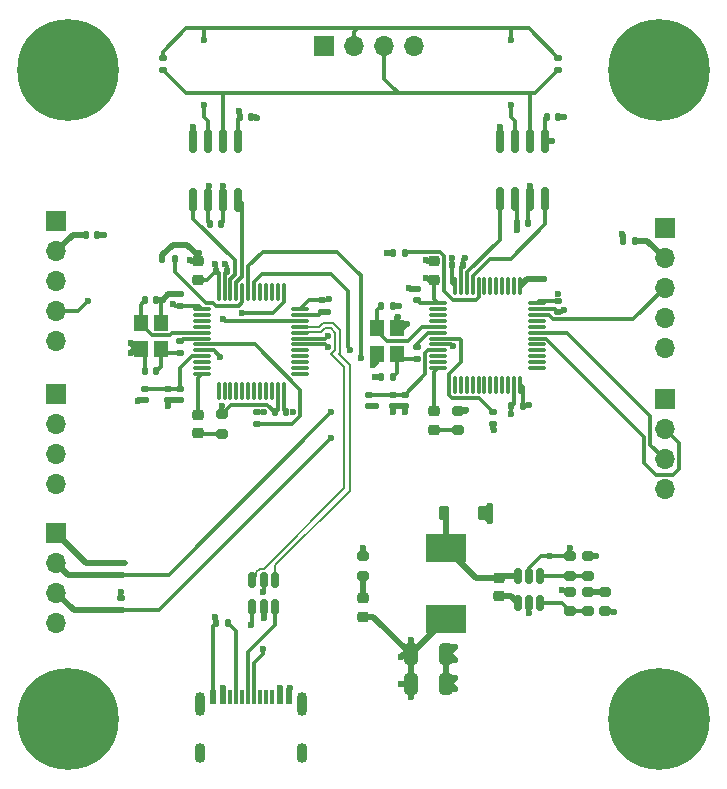
<source format=gbr>
%TF.GenerationSoftware,KiCad,Pcbnew,8.0.6*%
%TF.CreationDate,2024-12-12T23:36:56-08:00*%
%TF.ProjectId,KiCAD_MCPtest,4b694341-445f-44d4-9350-746573742e6b,rev?*%
%TF.SameCoordinates,Original*%
%TF.FileFunction,Copper,L1,Top*%
%TF.FilePolarity,Positive*%
%FSLAX46Y46*%
G04 Gerber Fmt 4.6, Leading zero omitted, Abs format (unit mm)*
G04 Created by KiCad (PCBNEW 8.0.6) date 2024-12-12 23:36:56*
%MOMM*%
%LPD*%
G01*
G04 APERTURE LIST*
G04 Aperture macros list*
%AMRoundRect*
0 Rectangle with rounded corners*
0 $1 Rounding radius*
0 $2 $3 $4 $5 $6 $7 $8 $9 X,Y pos of 4 corners*
0 Add a 4 corners polygon primitive as box body*
4,1,4,$2,$3,$4,$5,$6,$7,$8,$9,$2,$3,0*
0 Add four circle primitives for the rounded corners*
1,1,$1+$1,$2,$3*
1,1,$1+$1,$4,$5*
1,1,$1+$1,$6,$7*
1,1,$1+$1,$8,$9*
0 Add four rect primitives between the rounded corners*
20,1,$1+$1,$2,$3,$4,$5,0*
20,1,$1+$1,$4,$5,$6,$7,0*
20,1,$1+$1,$6,$7,$8,$9,0*
20,1,$1+$1,$8,$9,$2,$3,0*%
G04 Aperture macros list end*
%TA.AperFunction,ComponentPad*%
%ADD10C,0.900000*%
%TD*%
%TA.AperFunction,ComponentPad*%
%ADD11C,8.600000*%
%TD*%
%TA.AperFunction,SMDPad,CuDef*%
%ADD12RoundRect,0.150000X0.150000X-0.512500X0.150000X0.512500X-0.150000X0.512500X-0.150000X-0.512500X0*%
%TD*%
%TA.AperFunction,SMDPad,CuDef*%
%ADD13RoundRect,0.140000X0.140000X0.170000X-0.140000X0.170000X-0.140000X-0.170000X0.140000X-0.170000X0*%
%TD*%
%TA.AperFunction,SMDPad,CuDef*%
%ADD14RoundRect,0.140000X-0.140000X-0.170000X0.140000X-0.170000X0.140000X0.170000X-0.140000X0.170000X0*%
%TD*%
%TA.AperFunction,SMDPad,CuDef*%
%ADD15RoundRect,0.135000X0.185000X-0.135000X0.185000X0.135000X-0.185000X0.135000X-0.185000X-0.135000X0*%
%TD*%
%TA.AperFunction,SMDPad,CuDef*%
%ADD16RoundRect,0.225000X0.250000X-0.225000X0.250000X0.225000X-0.250000X0.225000X-0.250000X-0.225000X0*%
%TD*%
%TA.AperFunction,SMDPad,CuDef*%
%ADD17RoundRect,0.225000X-0.250000X0.225000X-0.250000X-0.225000X0.250000X-0.225000X0.250000X0.225000X0*%
%TD*%
%TA.AperFunction,SMDPad,CuDef*%
%ADD18R,1.200000X1.400000*%
%TD*%
%TA.AperFunction,SMDPad,CuDef*%
%ADD19RoundRect,0.135000X-0.185000X0.135000X-0.185000X-0.135000X0.185000X-0.135000X0.185000X0.135000X0*%
%TD*%
%TA.AperFunction,SMDPad,CuDef*%
%ADD20RoundRect,0.200000X-0.275000X0.200000X-0.275000X-0.200000X0.275000X-0.200000X0.275000X0.200000X0*%
%TD*%
%TA.AperFunction,SMDPad,CuDef*%
%ADD21RoundRect,0.140000X-0.170000X0.140000X-0.170000X-0.140000X0.170000X-0.140000X0.170000X0.140000X0*%
%TD*%
%TA.AperFunction,SMDPad,CuDef*%
%ADD22RoundRect,0.250000X-0.325000X-0.650000X0.325000X-0.650000X0.325000X0.650000X-0.325000X0.650000X0*%
%TD*%
%TA.AperFunction,SMDPad,CuDef*%
%ADD23RoundRect,0.150000X0.150000X-0.825000X0.150000X0.825000X-0.150000X0.825000X-0.150000X-0.825000X0*%
%TD*%
%TA.AperFunction,SMDPad,CuDef*%
%ADD24RoundRect,0.140000X0.170000X-0.140000X0.170000X0.140000X-0.170000X0.140000X-0.170000X-0.140000X0*%
%TD*%
%TA.AperFunction,ComponentPad*%
%ADD25O,0.900000X1.700000*%
%TD*%
%TA.AperFunction,ComponentPad*%
%ADD26O,0.900000X2.000000*%
%TD*%
%TA.AperFunction,SMDPad,CuDef*%
%ADD27R,0.600000X1.160000*%
%TD*%
%TA.AperFunction,SMDPad,CuDef*%
%ADD28R,0.300000X1.160000*%
%TD*%
%TA.AperFunction,SMDPad,CuDef*%
%ADD29RoundRect,0.135000X0.135000X0.185000X-0.135000X0.185000X-0.135000X-0.185000X0.135000X-0.185000X0*%
%TD*%
%TA.AperFunction,SMDPad,CuDef*%
%ADD30RoundRect,0.135000X-0.135000X-0.185000X0.135000X-0.185000X0.135000X0.185000X-0.135000X0.185000X0*%
%TD*%
%TA.AperFunction,SMDPad,CuDef*%
%ADD31RoundRect,0.147500X0.172500X-0.147500X0.172500X0.147500X-0.172500X0.147500X-0.172500X-0.147500X0*%
%TD*%
%TA.AperFunction,SMDPad,CuDef*%
%ADD32RoundRect,0.200000X0.275000X-0.200000X0.275000X0.200000X-0.275000X0.200000X-0.275000X-0.200000X0*%
%TD*%
%TA.AperFunction,ComponentPad*%
%ADD33R,1.700000X1.700000*%
%TD*%
%TA.AperFunction,ComponentPad*%
%ADD34O,1.700000X1.700000*%
%TD*%
%TA.AperFunction,SMDPad,CuDef*%
%ADD35RoundRect,0.218750X0.256250X-0.218750X0.256250X0.218750X-0.256250X0.218750X-0.256250X-0.218750X0*%
%TD*%
%TA.AperFunction,SMDPad,CuDef*%
%ADD36R,3.500000X2.350000*%
%TD*%
%TA.AperFunction,SMDPad,CuDef*%
%ADD37RoundRect,0.225000X-0.225000X-0.375000X0.225000X-0.375000X0.225000X0.375000X-0.225000X0.375000X0*%
%TD*%
%TA.AperFunction,SMDPad,CuDef*%
%ADD38RoundRect,0.218750X-0.256250X0.218750X-0.256250X-0.218750X0.256250X-0.218750X0.256250X0.218750X0*%
%TD*%
%TA.AperFunction,SMDPad,CuDef*%
%ADD39RoundRect,0.075000X-0.662500X-0.075000X0.662500X-0.075000X0.662500X0.075000X-0.662500X0.075000X0*%
%TD*%
%TA.AperFunction,SMDPad,CuDef*%
%ADD40RoundRect,0.075000X-0.075000X-0.662500X0.075000X-0.662500X0.075000X0.662500X-0.075000X0.662500X0*%
%TD*%
%TA.AperFunction,ViaPad*%
%ADD41C,0.600000*%
%TD*%
%TA.AperFunction,Conductor*%
%ADD42C,0.300000*%
%TD*%
%TA.AperFunction,Conductor*%
%ADD43C,0.500000*%
%TD*%
%TA.AperFunction,Conductor*%
%ADD44C,0.200000*%
%TD*%
G04 APERTURE END LIST*
D10*
%TO.P,H4,1,1*%
%TO.N,GND*%
X101775000Y-103000000D03*
X102719581Y-100719581D03*
X102719581Y-105280419D03*
X105000000Y-99775000D03*
D11*
X105000000Y-103000000D03*
D10*
X105000000Y-106225000D03*
X107280419Y-100719581D03*
X107280419Y-105280419D03*
X108225000Y-103000000D03*
%TD*%
%TO.P,H3,1,1*%
%TO.N,GND*%
X151775000Y-103000000D03*
X152719581Y-100719581D03*
X152719581Y-105280419D03*
X155000000Y-99775000D03*
D11*
X155000000Y-103000000D03*
D10*
X155000000Y-106225000D03*
X157280419Y-100719581D03*
X157280419Y-105280419D03*
X158225000Y-103000000D03*
%TD*%
%TO.P,H2,1,1*%
%TO.N,GND*%
X158225000Y-48000000D03*
X157280419Y-50280419D03*
X157280419Y-45719581D03*
X155000000Y-51225000D03*
D11*
X155000000Y-48000000D03*
D10*
X155000000Y-44775000D03*
X152719581Y-50280419D03*
X152719581Y-45719581D03*
X151775000Y-48000000D03*
%TD*%
%TO.P,H1,1,1*%
%TO.N,GND*%
X101775000Y-48000000D03*
X102719581Y-45719581D03*
X102719581Y-50280419D03*
X105000000Y-44775000D03*
D11*
X105000000Y-48000000D03*
D10*
X105000000Y-51225000D03*
X107280419Y-45719581D03*
X107280419Y-50280419D03*
X108225000Y-48000000D03*
%TD*%
D12*
%TO.P,U6,1,I/O1*%
%TO.N,USB_CONN_D-*%
X120600000Y-93500000D03*
%TO.P,U6,2,GND*%
%TO.N,GND*%
X121550000Y-93500000D03*
%TO.P,U6,3,I/O2*%
%TO.N,USB_CONN_D+*%
X122500000Y-93500000D03*
%TO.P,U6,4,I/O2*%
%TO.N,USB_D+*%
X122500000Y-91225000D03*
%TO.P,U6,5,VBUS*%
%TO.N,+5V*%
X121550000Y-91225000D03*
%TO.P,U6,6,I/O1*%
%TO.N,USB_D-*%
X120600000Y-91225000D03*
%TD*%
D13*
%TO.P,C27,1*%
%TO.N,+5V*%
X143980000Y-61000000D03*
%TO.P,C27,2*%
%TO.N,GND*%
X143020000Y-61000000D03*
%TD*%
%TO.P,C26,1*%
%TO.N,GND*%
X146480000Y-52000000D03*
%TO.P,C26,2*%
%TO.N,+3V3*%
X145520000Y-52000000D03*
%TD*%
D14*
%TO.P,C25,1*%
%TO.N,GND*%
X117020000Y-61025000D03*
%TO.P,C25,2*%
%TO.N,+5V*%
X117980000Y-61025000D03*
%TD*%
%TO.P,C24,1*%
%TO.N,+3V3*%
X119520000Y-52025000D03*
%TO.P,C24,2*%
%TO.N,GND*%
X120480000Y-52025000D03*
%TD*%
D15*
%TO.P,R16,1*%
%TO.N,+3V3*%
X141000000Y-78000000D03*
%TO.P,R16,2*%
%TO.N,Net-(U5-NRST)*%
X141000000Y-76980000D03*
%TD*%
D16*
%TO.P,C14,1*%
%TO.N,+3V3*%
X136000000Y-65775000D03*
%TO.P,C14,2*%
%TO.N,GND*%
X136000000Y-64225000D03*
%TD*%
D17*
%TO.P,C13,2*%
%TO.N,BUCK_BST*%
X141500000Y-92550000D03*
%TO.P,C13,1*%
%TO.N,BUCK_SW*%
X141500000Y-91000000D03*
%TD*%
D18*
%TO.P,Y1,4,4*%
%TO.N,GND*%
X112850000Y-69400000D03*
%TO.P,Y1,3,3*%
%TO.N,Net-(C10-Pad1)*%
X112850000Y-71600000D03*
%TO.P,Y1,2,2*%
%TO.N,GND*%
X111150000Y-71600000D03*
%TO.P,Y1,1,1*%
%TO.N,HSE_IN*%
X111150000Y-69400000D03*
%TD*%
D19*
%TO.P,R11,1*%
%TO.N,CANH*%
X146500000Y-46980000D03*
%TO.P,R11,2*%
%TO.N,CANL*%
X146500000Y-48000000D03*
%TD*%
D18*
%TO.P,Y2,1,1*%
%TO.N,HSE_IN2*%
X131150000Y-69900000D03*
%TO.P,Y2,2,2*%
%TO.N,GND*%
X131150000Y-72100000D03*
%TO.P,Y2,3,3*%
%TO.N,Net-(C23-Pad1)*%
X132850000Y-72100000D03*
%TO.P,Y2,4,4*%
%TO.N,GND*%
X132850000Y-69900000D03*
%TD*%
D14*
%TO.P,C19,1*%
%TO.N,+3V3*%
X106520000Y-62000000D03*
%TO.P,C19,2*%
%TO.N,GND*%
X107480000Y-62000000D03*
%TD*%
D13*
%TO.P,C17,1*%
%TO.N,+3V3*%
X143480000Y-76500000D03*
%TO.P,C17,2*%
%TO.N,GND*%
X142520000Y-76500000D03*
%TD*%
%TO.P,C23,1*%
%TO.N,Net-(C23-Pad1)*%
X132480000Y-74000000D03*
%TO.P,C23,2*%
%TO.N,GND*%
X131520000Y-74000000D03*
%TD*%
D20*
%TO.P,R14,2*%
%TO.N,GND*%
X150500000Y-93825000D03*
%TO.P,R14,1*%
%TO.N,Net-(R13-Pad2)*%
X150500000Y-92175000D03*
%TD*%
D21*
%TO.P,C20,1*%
%TO.N,+3.3VA2*%
X132500000Y-75540000D03*
%TO.P,C20,2*%
%TO.N,GND*%
X132500000Y-76500000D03*
%TD*%
D14*
%TO.P,C8,1*%
%TO.N,HSE_IN*%
X111520000Y-67500000D03*
%TO.P,C8,2*%
%TO.N,GND*%
X112480000Y-67500000D03*
%TD*%
D22*
%TO.P,C12,2*%
%TO.N,GND*%
X137000000Y-100000000D03*
%TO.P,C12,1*%
%TO.N,+3V3*%
X134050000Y-100000000D03*
%TD*%
D23*
%TO.P,U4,8,STBY*%
%TO.N,GND*%
X141595000Y-54025000D03*
%TO.P,U4,7,CANH*%
%TO.N,CANH*%
X142865000Y-54025000D03*
%TO.P,U4,6,CANL*%
%TO.N,CANL*%
X144135000Y-54025000D03*
%TO.P,U4,5,Vio*%
%TO.N,+3V3*%
X145405000Y-54025000D03*
%TO.P,U4,4,RXD*%
%TO.N,CAN_RX2*%
X145405000Y-58975000D03*
%TO.P,U4,3,VDD*%
%TO.N,+5V*%
X144135000Y-58975000D03*
%TO.P,U4,2,VSS*%
%TO.N,GND*%
X142865000Y-58975000D03*
%TO.P,U4,1,TXD*%
%TO.N,CAN_TX2*%
X141595000Y-58975000D03*
%TD*%
D24*
%TO.P,C2,1*%
%TO.N,+3V3*%
X114500000Y-67980000D03*
%TO.P,C2,2*%
%TO.N,GND*%
X114500000Y-67020000D03*
%TD*%
D19*
%TO.P,R19,1*%
%TO.N,HSE_OUT2*%
X134500000Y-71490000D03*
%TO.P,R19,2*%
%TO.N,Net-(C23-Pad1)*%
X134500000Y-72510000D03*
%TD*%
%TO.P,R8,1*%
%TO.N,+3V3*%
X109500000Y-92750000D03*
%TO.P,R8,2*%
%TO.N,I2C1_SDA*%
X109500000Y-93770000D03*
%TD*%
D16*
%TO.P,C1,1*%
%TO.N,+3V3*%
X116000000Y-65775000D03*
%TO.P,C1,2*%
%TO.N,GND*%
X116000000Y-64225000D03*
%TD*%
D19*
%TO.P,R1,1*%
%TO.N,+3V3*%
X121000000Y-76990000D03*
%TO.P,R1,2*%
%TO.N,Net-(U1-NRST)*%
X121000000Y-78010000D03*
%TD*%
D25*
%TO.P,P1,S1,SHIELD*%
%TO.N,GND*%
X124820000Y-105865000D03*
D26*
X124820000Y-101695000D03*
D25*
X116180000Y-105865000D03*
D26*
X116180000Y-101695000D03*
D27*
%TO.P,P1,B12,GND*%
X117300000Y-101115000D03*
%TO.P,P1,B9,VBUS*%
%TO.N,+5V*%
X118100000Y-101115000D03*
D28*
%TO.P,P1,B8*%
%TO.N,N/C*%
X118750000Y-101115000D03*
%TO.P,P1,B7*%
X119750000Y-101115000D03*
%TO.P,P1,B6*%
X121250000Y-101115000D03*
%TO.P,P1,B5,VCONN*%
%TO.N,unconnected-(P1-VCONN-PadB5)*%
X122250000Y-101115000D03*
D27*
%TO.P,P1,B4,VBUS*%
%TO.N,+5V*%
X122900000Y-101115000D03*
%TO.P,P1,B1,GND*%
%TO.N,GND*%
X123700000Y-101115000D03*
%TO.P,P1,A12,GND*%
X123700000Y-101115000D03*
%TO.P,P1,A9,VBUS*%
%TO.N,+5V*%
X122900000Y-101115000D03*
D28*
%TO.P,P1,A8*%
%TO.N,N/C*%
X121750000Y-101115000D03*
%TO.P,P1,A7,D-*%
%TO.N,USB_CONN_D-*%
X120750000Y-101115000D03*
%TO.P,P1,A6,D+*%
%TO.N,USB_CONN_D+*%
X120250000Y-101115000D03*
%TO.P,P1,A5,CC*%
%TO.N,Net-(P1-CC)*%
X119250000Y-101115000D03*
D27*
%TO.P,P1,A4,VBUS*%
%TO.N,+5V*%
X118100000Y-101115000D03*
%TO.P,P1,A1,GND*%
%TO.N,GND*%
X117300000Y-101115000D03*
%TD*%
D29*
%TO.P,R10,1*%
%TO.N,Net-(P1-CC)*%
X118560000Y-94862500D03*
%TO.P,R10,2*%
%TO.N,GND*%
X117540000Y-94862500D03*
%TD*%
D30*
%TO.P,R2,1*%
%TO.N,GND*%
X112990000Y-64000000D03*
%TO.P,R2,2*%
%TO.N,Net-(U1-BOOT0)*%
X114010000Y-64000000D03*
%TD*%
D31*
%TO.P,L3,1*%
%TO.N,+3V3*%
X130500000Y-76500000D03*
%TO.P,L3,2*%
%TO.N,+3.3VA2*%
X130500000Y-75530000D03*
%TD*%
D19*
%TO.P,R4,2*%
%TO.N,I2C1_SCL*%
X109500000Y-90770000D03*
%TO.P,R4,1*%
%TO.N,+3V3*%
X109500000Y-89750000D03*
%TD*%
D32*
%TO.P,R13,2*%
%TO.N,Net-(R13-Pad2)*%
X149000000Y-92175000D03*
%TO.P,R13,1*%
%TO.N,BUCK_FB*%
X149000000Y-93825000D03*
%TD*%
D33*
%TO.P,J1,1,Pin_1*%
%TO.N,+5V*%
X126700000Y-46000000D03*
D34*
%TO.P,J1,2,Pin_2*%
%TO.N,CANH*%
X129240000Y-46000000D03*
%TO.P,J1,3,Pin_3*%
%TO.N,CANL*%
X131780000Y-46000000D03*
%TO.P,J1,4,Pin_4*%
%TO.N,GND*%
X134320000Y-46000000D03*
%TD*%
D30*
%TO.P,R17,1*%
%TO.N,GND*%
X132490000Y-63500000D03*
%TO.P,R17,2*%
%TO.N,Net-(U5-BOOT0)*%
X133510000Y-63500000D03*
%TD*%
D33*
%TO.P,J3,1,Pin_1*%
%TO.N,+5V*%
X104000000Y-60840000D03*
D34*
%TO.P,J3,2,Pin_2*%
%TO.N,+3V3*%
X104000000Y-63380000D03*
%TO.P,J3,3,Pin_3*%
%TO.N,SWDIO*%
X104000000Y-65920000D03*
%TO.P,J3,4,Pin_4*%
%TO.N,SWCLK*%
X104000000Y-68460000D03*
%TO.P,J3,5,Pin_5*%
%TO.N,GND*%
X104000000Y-71000000D03*
%TD*%
D20*
%TO.P,R12,2*%
%TO.N,BUCK_FB*%
X147500000Y-93825000D03*
%TO.P,R12,1*%
%TO.N,+3V3*%
X147500000Y-92175000D03*
%TD*%
D35*
%TO.P,D1,1,K*%
%TO.N,Net-(D1-K)*%
X116000000Y-78787500D03*
%TO.P,D1,2,A*%
%TO.N,LED_STATUS*%
X116000000Y-77212500D03*
%TD*%
D31*
%TO.P,L1,1*%
%TO.N,+3V3*%
X111500000Y-75985000D03*
%TO.P,L1,2*%
%TO.N,+3.3VA*%
X111500000Y-75015000D03*
%TD*%
D24*
%TO.P,C18,1*%
%TO.N,+3V3*%
X134500000Y-67480000D03*
%TO.P,C18,2*%
%TO.N,GND*%
X134500000Y-66520000D03*
%TD*%
D20*
%TO.P,R18,1*%
%TO.N,GND*%
X138000000Y-76850000D03*
%TO.P,R18,2*%
%TO.N,Net-(D4-K)*%
X138000000Y-78500000D03*
%TD*%
D36*
%TO.P,L2,2*%
%TO.N,+3V3*%
X137000000Y-94525000D03*
%TO.P,L2,1*%
%TO.N,BUCK_SW*%
X137000000Y-88475000D03*
%TD*%
D14*
%TO.P,C15,1*%
%TO.N,+3V3*%
X137500000Y-64500000D03*
%TO.P,C15,2*%
%TO.N,GND*%
X138460000Y-64500000D03*
%TD*%
D19*
%TO.P,R9,1*%
%TO.N,HSE_OUT*%
X114500000Y-70990000D03*
%TO.P,R9,2*%
%TO.N,Net-(C10-Pad1)*%
X114500000Y-72010000D03*
%TD*%
D21*
%TO.P,C9,1*%
%TO.N,+3.3VA*%
X114500000Y-75020000D03*
%TO.P,C9,2*%
%TO.N,GND*%
X114500000Y-75980000D03*
%TD*%
D37*
%TO.P,D2,2,A*%
%TO.N,GND*%
X140150000Y-85500000D03*
%TO.P,D2,1,K*%
%TO.N,BUCK_SW*%
X136850000Y-85500000D03*
%TD*%
D20*
%TO.P,R7,1*%
%TO.N,GND*%
X118000000Y-77175000D03*
%TO.P,R7,2*%
%TO.N,Net-(D1-K)*%
X118000000Y-78825000D03*
%TD*%
D38*
%TO.P,D3,2,A*%
%TO.N,+3V3*%
X130000000Y-94287500D03*
%TO.P,D3,1,K*%
%TO.N,Net-(D3-K)*%
X130000000Y-92712500D03*
%TD*%
D13*
%TO.P,C6,1*%
%TO.N,+3V3*%
X152960000Y-62500000D03*
%TO.P,C6,2*%
%TO.N,GND*%
X152000000Y-62500000D03*
%TD*%
D12*
%TO.P,U3,6,SW*%
%TO.N,BUCK_SW*%
X143050000Y-90862500D03*
%TO.P,U3,5,IN*%
%TO.N,+5V*%
X144000000Y-90862500D03*
%TO.P,U3,4,EN*%
%TO.N,BUCK_EN*%
X144950000Y-90862500D03*
%TO.P,U3,3,FB*%
%TO.N,BUCK_FB*%
X144950000Y-93137500D03*
%TO.P,U3,2,GND*%
%TO.N,GND*%
X144000000Y-93137500D03*
%TO.P,U3,1,BST*%
%TO.N,BUCK_BST*%
X143050000Y-93137500D03*
%TD*%
D34*
%TO.P,J5,5,Pin_5*%
%TO.N,GND*%
X155500000Y-71580000D03*
%TO.P,J5,4,Pin_4*%
%TO.N,SWCLK2*%
X155500000Y-69040000D03*
%TO.P,J5,3,Pin_3*%
%TO.N,SWDIO2*%
X155500000Y-66500000D03*
%TO.P,J5,2,Pin_2*%
%TO.N,+3V3*%
X155500000Y-63960000D03*
D33*
%TO.P,J5,1,Pin_1*%
%TO.N,+5V*%
X155500000Y-61420000D03*
%TD*%
%TO.P,J6,1,Pin_1*%
%TO.N,+3V3*%
X155500000Y-75880000D03*
D34*
%TO.P,J6,2,Pin_2*%
%TO.N,USART1_TX2*%
X155500000Y-78420000D03*
%TO.P,J6,3,Pin_3*%
%TO.N,USART1_RX2*%
X155500000Y-80960000D03*
%TO.P,J6,4,Pin_4*%
%TO.N,GND*%
X155500000Y-83500000D03*
%TD*%
D32*
%TO.P,R6,2*%
%TO.N,GND*%
X149000000Y-89175000D03*
%TO.P,R6,1*%
%TO.N,BUCK_EN*%
X149000000Y-90825000D03*
%TD*%
D20*
%TO.P,R15,2*%
%TO.N,Net-(D3-K)*%
X130000000Y-90825000D03*
%TO.P,R15,1*%
%TO.N,GND*%
X130000000Y-89175000D03*
%TD*%
D14*
%TO.P,C3,1*%
%TO.N,+3V3*%
X117520000Y-65000000D03*
%TO.P,C3,2*%
%TO.N,GND*%
X118480000Y-65000000D03*
%TD*%
D33*
%TO.P,J4,1,Pin_1*%
%TO.N,+3V3*%
X104000000Y-75460000D03*
D34*
%TO.P,J4,2,Pin_2*%
%TO.N,USART1_TX*%
X104000000Y-78000000D03*
%TO.P,J4,3,Pin_3*%
%TO.N,USART1_RX*%
X104000000Y-80540000D03*
%TO.P,J4,4,Pin_4*%
%TO.N,GND*%
X104000000Y-83080000D03*
%TD*%
D39*
%TO.P,U5,1,VBAT*%
%TO.N,+3V3*%
X136337500Y-67750000D03*
%TO.P,U5,2,PC13*%
%TO.N,unconnected-(U5-PC13-Pad2)*%
X136337500Y-68250000D03*
%TO.P,U5,3,PC14*%
%TO.N,unconnected-(U5-PC14-Pad3)*%
X136337500Y-68750000D03*
%TO.P,U5,4,PC15*%
%TO.N,unconnected-(U5-PC15-Pad4)*%
X136337500Y-69250000D03*
%TO.P,U5,5,PD0*%
%TO.N,HSE_IN2*%
X136337500Y-69750000D03*
%TO.P,U5,6,PD1*%
%TO.N,HSE_OUT2*%
X136337500Y-70250000D03*
%TO.P,U5,7,NRST*%
%TO.N,Net-(U5-NRST)*%
X136337500Y-70750000D03*
%TO.P,U5,8,VSSA*%
%TO.N,GND*%
X136337500Y-71250000D03*
%TO.P,U5,9,VDDA*%
%TO.N,+3.3VA2*%
X136337500Y-71750000D03*
%TO.P,U5,10,PA0*%
%TO.N,unconnected-(U5-PA0-Pad10)*%
X136337500Y-72250000D03*
%TO.P,U5,11,PA1*%
%TO.N,unconnected-(U5-PA1-Pad11)*%
X136337500Y-72750000D03*
%TO.P,U5,12,PA2*%
%TO.N,LED_STATUS2*%
X136337500Y-73250000D03*
D40*
%TO.P,U5,13,PA3*%
%TO.N,unconnected-(U5-PA3-Pad13)*%
X137750000Y-74662500D03*
%TO.P,U5,14,PA4*%
%TO.N,unconnected-(U5-PA4-Pad14)*%
X138250000Y-74662500D03*
%TO.P,U5,15,PA5*%
%TO.N,unconnected-(U5-PA5-Pad15)*%
X138750000Y-74662500D03*
%TO.P,U5,16,PA6*%
%TO.N,unconnected-(U5-PA6-Pad16)*%
X139250000Y-74662500D03*
%TO.P,U5,17,PA7*%
%TO.N,unconnected-(U5-PA7-Pad17)*%
X139750000Y-74662500D03*
%TO.P,U5,18,PB0*%
%TO.N,unconnected-(U5-PB0-Pad18)*%
X140250000Y-74662500D03*
%TO.P,U5,19,PB1*%
%TO.N,unconnected-(U5-PB1-Pad19)*%
X140750000Y-74662500D03*
%TO.P,U5,20,PB2*%
%TO.N,unconnected-(U5-PB2-Pad20)*%
X141250000Y-74662500D03*
%TO.P,U5,21,PB10*%
%TO.N,unconnected-(U5-PB10-Pad21)*%
X141750000Y-74662500D03*
%TO.P,U5,22,PB11*%
%TO.N,unconnected-(U5-PB11-Pad22)*%
X142250000Y-74662500D03*
%TO.P,U5,23,VSS*%
%TO.N,GND*%
X142750000Y-74662500D03*
%TO.P,U5,24,VDD*%
%TO.N,+3V3*%
X143250000Y-74662500D03*
D39*
%TO.P,U5,25,PB12*%
%TO.N,unconnected-(U5-PB12-Pad25)*%
X144662500Y-73250000D03*
%TO.P,U5,26,PB13*%
%TO.N,unconnected-(U5-PB13-Pad26)*%
X144662500Y-72750000D03*
%TO.P,U5,27,PB14*%
%TO.N,unconnected-(U5-PB14-Pad27)*%
X144662500Y-72250000D03*
%TO.P,U5,28,PB15*%
%TO.N,unconnected-(U5-PB15-Pad28)*%
X144662500Y-71750000D03*
%TO.P,U5,29,PA8*%
%TO.N,unconnected-(U5-PA8-Pad29)*%
X144662500Y-71250000D03*
%TO.P,U5,30,PA9*%
%TO.N,USART1_TX2*%
X144662500Y-70750000D03*
%TO.P,U5,31,PA10*%
%TO.N,USART1_RX2*%
X144662500Y-70250000D03*
%TO.P,U5,32,PA11*%
%TO.N,unconnected-(U5-PA11-Pad32)*%
X144662500Y-69750000D03*
%TO.P,U5,33,PA12*%
%TO.N,unconnected-(U5-PA12-Pad33)*%
X144662500Y-69250000D03*
%TO.P,U5,34,PA13*%
%TO.N,SWDIO2*%
X144662500Y-68750000D03*
%TO.P,U5,35,VSS*%
%TO.N,GND*%
X144662500Y-68250000D03*
%TO.P,U5,36,VDD*%
%TO.N,+3V3*%
X144662500Y-67750000D03*
D40*
%TO.P,U5,37,PA14*%
%TO.N,SWCLK2*%
X143250000Y-66337500D03*
%TO.P,U5,38,PA15*%
%TO.N,unconnected-(U5-PA15-Pad38)*%
X142750000Y-66337500D03*
%TO.P,U5,39,PB3*%
%TO.N,unconnected-(U5-PB3-Pad39)*%
X142250000Y-66337500D03*
%TO.P,U5,40,PB4*%
%TO.N,unconnected-(U5-PB4-Pad40)*%
X141750000Y-66337500D03*
%TO.P,U5,41,PB5*%
%TO.N,unconnected-(U5-PB5-Pad41)*%
X141250000Y-66337500D03*
%TO.P,U5,42,PB6*%
%TO.N,unconnected-(U5-PB6-Pad42)*%
X140750000Y-66337500D03*
%TO.P,U5,43,PB7*%
%TO.N,unconnected-(U5-PB7-Pad43)*%
X140250000Y-66337500D03*
%TO.P,U5,44,BOOT0*%
%TO.N,Net-(U5-BOOT0)*%
X139750000Y-66337500D03*
%TO.P,U5,45,PB8*%
%TO.N,CAN_RX2*%
X139250000Y-66337500D03*
%TO.P,U5,46,PB9*%
%TO.N,CAN_TX2*%
X138750000Y-66337500D03*
%TO.P,U5,47,VSS*%
%TO.N,GND*%
X138250000Y-66337500D03*
%TO.P,U5,48,VDD*%
%TO.N,+3V3*%
X137750000Y-66337500D03*
%TD*%
D20*
%TO.P,R5,2*%
%TO.N,BUCK_EN*%
X147500000Y-90825000D03*
%TO.P,R5,1*%
%TO.N,+5V*%
X147500000Y-89175000D03*
%TD*%
D23*
%TO.P,U2,1,TXD*%
%TO.N,CAN_TX*%
X115595000Y-59000000D03*
%TO.P,U2,2,VSS*%
%TO.N,GND*%
X116865000Y-59000000D03*
%TO.P,U2,3,VDD*%
%TO.N,+5V*%
X118135000Y-59000000D03*
%TO.P,U2,4,RXD*%
%TO.N,CAN_RX*%
X119405000Y-59000000D03*
%TO.P,U2,5,Vio*%
%TO.N,+3V3*%
X119405000Y-54050000D03*
%TO.P,U2,6,CANL*%
%TO.N,CANL*%
X118135000Y-54050000D03*
%TO.P,U2,7,CANH*%
%TO.N,CANH*%
X116865000Y-54050000D03*
%TO.P,U2,8,STBY*%
%TO.N,GND*%
X115595000Y-54050000D03*
%TD*%
D22*
%TO.P,C11,2*%
%TO.N,GND*%
X136975000Y-97500000D03*
%TO.P,C11,1*%
%TO.N,+3V3*%
X134025000Y-97500000D03*
%TD*%
D14*
%TO.P,C21,1*%
%TO.N,HSE_IN2*%
X131520000Y-68000000D03*
%TO.P,C21,2*%
%TO.N,GND*%
X132480000Y-68000000D03*
%TD*%
D33*
%TO.P,J2,1,Pin_1*%
%TO.N,+3V3*%
X104000000Y-87200000D03*
D34*
%TO.P,J2,2,Pin_2*%
%TO.N,I2C1_SCL*%
X104000000Y-89740000D03*
%TO.P,J2,3,Pin_3*%
%TO.N,I2C1_SDA*%
X104000000Y-92280000D03*
%TO.P,J2,4,Pin_4*%
%TO.N,GND*%
X104000000Y-94820000D03*
%TD*%
D21*
%TO.P,C7,1*%
%TO.N,+3.3VA*%
X113500000Y-75020000D03*
%TO.P,C7,2*%
%TO.N,GND*%
X113500000Y-75980000D03*
%TD*%
D39*
%TO.P,U1,1,VBAT*%
%TO.N,+3V3*%
X116337500Y-68250000D03*
%TO.P,U1,2,PC13*%
%TO.N,unconnected-(U1-PC13-Pad2)*%
X116337500Y-68750000D03*
%TO.P,U1,3,PC14*%
%TO.N,unconnected-(U1-PC14-Pad3)*%
X116337500Y-69250000D03*
%TO.P,U1,4,PC15*%
%TO.N,unconnected-(U1-PC15-Pad4)*%
X116337500Y-69750000D03*
%TO.P,U1,5,PD0*%
%TO.N,HSE_IN*%
X116337500Y-70250000D03*
%TO.P,U1,6,PD1*%
%TO.N,HSE_OUT*%
X116337500Y-70750000D03*
%TO.P,U1,7,NRST*%
%TO.N,Net-(U1-NRST)*%
X116337500Y-71250000D03*
%TO.P,U1,8,VSSA*%
%TO.N,GND*%
X116337500Y-71750000D03*
%TO.P,U1,9,VDDA*%
%TO.N,+3.3VA*%
X116337500Y-72250000D03*
%TO.P,U1,10,PA0*%
%TO.N,unconnected-(U1-PA0-Pad10)*%
X116337500Y-72750000D03*
%TO.P,U1,11,PA1*%
%TO.N,unconnected-(U1-PA1-Pad11)*%
X116337500Y-73250000D03*
%TO.P,U1,12,PA2*%
%TO.N,LED_STATUS*%
X116337500Y-73750000D03*
D40*
%TO.P,U1,13,PA3*%
%TO.N,unconnected-(U1-PA3-Pad13)*%
X117750000Y-75162500D03*
%TO.P,U1,14,PA4*%
%TO.N,unconnected-(U1-PA4-Pad14)*%
X118250000Y-75162500D03*
%TO.P,U1,15,PA5*%
%TO.N,unconnected-(U1-PA5-Pad15)*%
X118750000Y-75162500D03*
%TO.P,U1,16,PA6*%
%TO.N,unconnected-(U1-PA6-Pad16)*%
X119250000Y-75162500D03*
%TO.P,U1,17,PA7*%
%TO.N,unconnected-(U1-PA7-Pad17)*%
X119750000Y-75162500D03*
%TO.P,U1,18,PB0*%
%TO.N,unconnected-(U1-PB0-Pad18)*%
X120250000Y-75162500D03*
%TO.P,U1,19,PB1*%
%TO.N,unconnected-(U1-PB1-Pad19)*%
X120750000Y-75162500D03*
%TO.P,U1,20,PB2*%
%TO.N,unconnected-(U1-PB2-Pad20)*%
X121250000Y-75162500D03*
%TO.P,U1,21,PB10*%
%TO.N,unconnected-(U1-PB10-Pad21)*%
X121750000Y-75162500D03*
%TO.P,U1,22,PB11*%
%TO.N,unconnected-(U1-PB11-Pad22)*%
X122250000Y-75162500D03*
%TO.P,U1,23,VSS*%
%TO.N,GND*%
X122750000Y-75162500D03*
%TO.P,U1,24,VDD*%
%TO.N,+3V3*%
X123250000Y-75162500D03*
D39*
%TO.P,U1,25,PB12*%
%TO.N,unconnected-(U1-PB12-Pad25)*%
X124662500Y-73750000D03*
%TO.P,U1,26,PB13*%
%TO.N,unconnected-(U1-PB13-Pad26)*%
X124662500Y-73250000D03*
%TO.P,U1,27,PB14*%
%TO.N,unconnected-(U1-PB14-Pad27)*%
X124662500Y-72750000D03*
%TO.P,U1,28,PB15*%
%TO.N,unconnected-(U1-PB15-Pad28)*%
X124662500Y-72250000D03*
%TO.P,U1,29,PA8*%
%TO.N,unconnected-(U1-PA8-Pad29)*%
X124662500Y-71750000D03*
%TO.P,U1,30,PA9*%
%TO.N,USART1_TX*%
X124662500Y-71250000D03*
%TO.P,U1,31,PA10*%
%TO.N,USART1_RX*%
X124662500Y-70750000D03*
%TO.P,U1,32,PA11*%
%TO.N,USB_D-*%
X124662500Y-70250000D03*
%TO.P,U1,33,PA12*%
%TO.N,USB_D+*%
X124662500Y-69750000D03*
%TO.P,U1,34,PA13*%
%TO.N,SWDIO*%
X124662500Y-69250000D03*
%TO.P,U1,35,VSS*%
%TO.N,GND*%
X124662500Y-68750000D03*
%TO.P,U1,36,VDD*%
%TO.N,+3V3*%
X124662500Y-68250000D03*
D40*
%TO.P,U1,37,PA14*%
%TO.N,SWCLK*%
X123250000Y-66837500D03*
%TO.P,U1,38,PA15*%
%TO.N,unconnected-(U1-PA15-Pad38)*%
X122750000Y-66837500D03*
%TO.P,U1,39,PB3*%
%TO.N,unconnected-(U1-PB3-Pad39)*%
X122250000Y-66837500D03*
%TO.P,U1,40,PB4*%
%TO.N,unconnected-(U1-PB4-Pad40)*%
X121750000Y-66837500D03*
%TO.P,U1,41,PB5*%
%TO.N,unconnected-(U1-PB5-Pad41)*%
X121250000Y-66837500D03*
%TO.P,U1,42,PB6*%
%TO.N,I2C1_SCL*%
X120750000Y-66837500D03*
%TO.P,U1,43,PB7*%
%TO.N,I2C1_SDA*%
X120250000Y-66837500D03*
%TO.P,U1,44,BOOT0*%
%TO.N,Net-(U1-BOOT0)*%
X119750000Y-66837500D03*
%TO.P,U1,45,PB8*%
%TO.N,CAN_RX*%
X119250000Y-66837500D03*
%TO.P,U1,46,PB9*%
%TO.N,CAN_TX*%
X118750000Y-66837500D03*
%TO.P,U1,47,VSS*%
%TO.N,GND*%
X118250000Y-66837500D03*
%TO.P,U1,48,VDD*%
%TO.N,+3V3*%
X117750000Y-66837500D03*
%TD*%
D21*
%TO.P,C22,1*%
%TO.N,+3.3VA2*%
X133500000Y-75520000D03*
%TO.P,C22,2*%
%TO.N,GND*%
X133500000Y-76480000D03*
%TD*%
%TO.P,C4,1*%
%TO.N,+3V3*%
X126500000Y-67520000D03*
%TO.P,C4,2*%
%TO.N,GND*%
X126500000Y-68480000D03*
%TD*%
D13*
%TO.P,C5,1*%
%TO.N,+3V3*%
X123480000Y-77000000D03*
%TO.P,C5,2*%
%TO.N,GND*%
X122520000Y-77000000D03*
%TD*%
D35*
%TO.P,D4,1,K*%
%TO.N,Net-(D4-K)*%
X136000000Y-78462500D03*
%TO.P,D4,2,A*%
%TO.N,LED_STATUS2*%
X136000000Y-76887500D03*
%TD*%
D19*
%TO.P,R3,1*%
%TO.N,CANH*%
X113000000Y-46990000D03*
%TO.P,R3,2*%
%TO.N,CANL*%
X113000000Y-48010000D03*
%TD*%
D13*
%TO.P,C10,1*%
%TO.N,Net-(C10-Pad1)*%
X112480000Y-73500000D03*
%TO.P,C10,2*%
%TO.N,GND*%
X111520000Y-73500000D03*
%TD*%
D21*
%TO.P,C16,1*%
%TO.N,+3V3*%
X146500000Y-67540000D03*
%TO.P,C16,2*%
%TO.N,GND*%
X146500000Y-68500000D03*
%TD*%
D41*
%TO.N,+3V3*%
X113900000Y-67800000D03*
%TO.N,+5V*%
X121500000Y-92200000D03*
X118100000Y-100300000D03*
X122900000Y-100300000D03*
%TO.N,GND*%
X117900000Y-72300000D03*
X118300000Y-64400000D03*
%TO.N,+3V3*%
X117400000Y-64400000D03*
X127100000Y-67400000D03*
%TO.N,GND*%
X127000000Y-68500000D03*
X137600000Y-71400000D03*
%TO.N,SWCLK2*%
X145300000Y-65700000D03*
%TO.N,+5V*%
X118135000Y-57800000D03*
%TO.N,+3V3*%
X119500000Y-51500000D03*
%TO.N,+5V*%
X145800000Y-89175000D03*
X147500000Y-88500000D03*
X144100000Y-57800000D03*
%TO.N,GND*%
X140700000Y-86200000D03*
X140700000Y-84900000D03*
X147000000Y-68300000D03*
%TO.N,+3V3*%
X146000000Y-54000000D03*
%TO.N,GND*%
X151900000Y-61900000D03*
X143000000Y-61600000D03*
X147000000Y-52000000D03*
X141600000Y-52800000D03*
X116900000Y-57800000D03*
X121000000Y-52100000D03*
X115600000Y-52800000D03*
X108000000Y-62000000D03*
X115300000Y-64100000D03*
X116100000Y-63500000D03*
X113000000Y-67500000D03*
X110300000Y-72000000D03*
X110300000Y-71100000D03*
X113500000Y-76500000D03*
%TO.N,+3V3*%
X110900000Y-76000000D03*
X144000000Y-76400000D03*
%TO.N,GND*%
X142500000Y-77100000D03*
%TO.N,+3V3*%
X141100000Y-78500000D03*
%TO.N,GND*%
X138700000Y-76800000D03*
X133500000Y-77000000D03*
X132500000Y-77000000D03*
%TO.N,+3V3*%
X131100000Y-76500000D03*
%TO.N,GND*%
X131000000Y-74000000D03*
X130800000Y-73000000D03*
X132900000Y-68900000D03*
X133700000Y-69500000D03*
X133000000Y-68000000D03*
X132000000Y-63500000D03*
X133900000Y-66500000D03*
X138600000Y-63900000D03*
%TO.N,+3V3*%
X135300000Y-65600000D03*
%TO.N,GND*%
X135300000Y-64100000D03*
%TO.N,+3V3*%
X137500000Y-63900000D03*
X146500000Y-67000000D03*
X146800000Y-92000000D03*
%TO.N,GND*%
X117400000Y-94300000D03*
X123800000Y-100300000D03*
X121600000Y-94400000D03*
X130000000Y-88500000D03*
%TO.N,+3V3*%
X134000000Y-96300000D03*
X133200000Y-97700000D03*
X133200000Y-100000000D03*
X134000000Y-101100000D03*
%TO.N,GND*%
X137800000Y-100400000D03*
X137800000Y-99500000D03*
X137800000Y-98000000D03*
X137800000Y-96900000D03*
X144000000Y-94000000D03*
X151200000Y-93900000D03*
X149700000Y-89200000D03*
%TO.N,I2C1_SDA*%
X127300000Y-79200000D03*
X129800000Y-72400000D03*
%TO.N,I2C1_SCL*%
X127300000Y-77000000D03*
X128900000Y-71700000D03*
%TO.N,SWCLK*%
X106700000Y-67600000D03*
X119700000Y-68600000D03*
%TO.N,SWDIO*%
X118100000Y-69100000D03*
%TO.N,+3V3*%
X121600000Y-77000000D03*
X124000000Y-77000000D03*
%TO.N,GND*%
X118000000Y-76500000D03*
%TO.N,+3V3*%
X109500000Y-92200000D03*
%TO.N,USB_CONN_D-*%
X121500000Y-97000000D03*
X120500000Y-95000000D03*
%TO.N,USART1_TX*%
X127000000Y-71500000D03*
%TO.N,USART1_RX*%
X127000000Y-70500000D03*
%TO.N,CANH*%
X142500000Y-45500000D03*
X142500000Y-51000000D03*
X116500000Y-45500000D03*
X116500000Y-51000000D03*
%TD*%
D42*
%TO.N,BUCK_EN*%
X144950000Y-90862500D02*
X147462500Y-90862500D01*
X147462500Y-90862500D02*
X147500000Y-90825000D01*
%TO.N,+5V*%
X122900000Y-101115000D02*
X122900000Y-100300000D01*
X118100000Y-101115000D02*
X118100000Y-100300000D01*
%TO.N,+3V3*%
X114500000Y-67980000D02*
X114080000Y-67980000D01*
X114080000Y-67980000D02*
X113900000Y-67800000D01*
%TO.N,GND*%
X122520000Y-77000000D02*
X121870000Y-76350000D01*
X118825000Y-76350000D02*
X118000000Y-77175000D01*
X121870000Y-76350000D02*
X118825000Y-76350000D01*
X122750000Y-75162500D02*
X122750000Y-76770000D01*
X122750000Y-76770000D02*
X122520000Y-77000000D01*
%TO.N,+3V3*%
X123250000Y-75162500D02*
X123250000Y-76770000D01*
X123250000Y-76770000D02*
X123480000Y-77000000D01*
%TO.N,+5V*%
X121550000Y-92150000D02*
X121500000Y-92200000D01*
X121550000Y-91225000D02*
X121550000Y-92150000D01*
%TO.N,GND*%
X111520000Y-73500000D02*
X111520000Y-71970000D01*
X111520000Y-71970000D02*
X111150000Y-71600000D01*
X117350000Y-71750000D02*
X117900000Y-72300000D01*
X116337500Y-71750000D02*
X117350000Y-71750000D01*
%TO.N,Net-(U1-NRST)*%
X116337500Y-71250000D02*
X120821880Y-71250000D01*
X124650000Y-77350000D02*
X123990000Y-78010000D01*
X123990000Y-78010000D02*
X121000000Y-78010000D01*
X120821880Y-71250000D02*
X124650000Y-75078120D01*
X124650000Y-75078120D02*
X124650000Y-77350000D01*
%TO.N,GND*%
X112850000Y-69400000D02*
X112850000Y-67650000D01*
X112850000Y-67650000D02*
X113000000Y-67500000D01*
X118480000Y-65000000D02*
X118480000Y-64580000D01*
X118480000Y-64580000D02*
X118300000Y-64400000D01*
%TO.N,+3V3*%
X117520000Y-65000000D02*
X117520000Y-64520000D01*
X117520000Y-64520000D02*
X117400000Y-64400000D01*
%TO.N,GND*%
X126500000Y-68480000D02*
X126980000Y-68480000D01*
X126980000Y-68480000D02*
X127000000Y-68500000D01*
%TO.N,+3V3*%
X126500000Y-67520000D02*
X126980000Y-67520000D01*
X126980000Y-67520000D02*
X127100000Y-67400000D01*
%TO.N,GND*%
X137600000Y-71400000D02*
X137450000Y-71250000D01*
X137450000Y-71250000D02*
X136337500Y-71250000D01*
%TO.N,Net-(U5-NRST)*%
X141000000Y-76980000D02*
X139770000Y-75750000D01*
X139770000Y-75750000D02*
X137496880Y-75750000D01*
X138300000Y-70900000D02*
X138150000Y-70750000D01*
X137496880Y-75750000D02*
X137250000Y-75503120D01*
X137250000Y-75503120D02*
X137250000Y-73750000D01*
X138150000Y-70750000D02*
X136337500Y-70750000D01*
X137250000Y-73750000D02*
X138300000Y-72700000D01*
X138300000Y-72700000D02*
X138300000Y-70900000D01*
D43*
%TO.N,SWCLK2*%
X143350000Y-66237500D02*
X143350000Y-66337500D01*
X145300000Y-65700000D02*
X143887500Y-65700000D01*
X143887500Y-65700000D02*
X143350000Y-66237500D01*
D42*
%TO.N,+5V*%
X118135000Y-57800000D02*
X118135000Y-60870000D01*
X118135000Y-60870000D02*
X117980000Y-61025000D01*
X145800000Y-89175000D02*
X145025000Y-89175000D01*
X145025000Y-89175000D02*
X144000000Y-90200000D01*
X144000000Y-90200000D02*
X144000000Y-90862500D01*
X147500000Y-89175000D02*
X145800000Y-89175000D01*
D43*
%TO.N,GND*%
X140700000Y-86200000D02*
X140700000Y-84900000D01*
X140150000Y-85500000D02*
X140150000Y-85450000D01*
X140150000Y-85450000D02*
X140700000Y-84900000D01*
X140150000Y-85500000D02*
X140150000Y-85650000D01*
X140150000Y-85650000D02*
X140700000Y-86200000D01*
D42*
X146500000Y-68500000D02*
X146800000Y-68500000D01*
X146800000Y-68500000D02*
X147000000Y-68300000D01*
%TO.N,+3V3*%
X145405000Y-54025000D02*
X145975000Y-54025000D01*
X145975000Y-54025000D02*
X146000000Y-54000000D01*
D43*
%TO.N,GND*%
X152000000Y-62500000D02*
X152000000Y-62000000D01*
X152000000Y-62000000D02*
X151900000Y-61900000D01*
X143000000Y-61600000D02*
X143000000Y-61020000D01*
X143000000Y-61020000D02*
X143020000Y-61000000D01*
X146480000Y-52000000D02*
X147000000Y-52000000D01*
X141595000Y-54025000D02*
X141595000Y-52805000D01*
X141595000Y-52805000D02*
X141600000Y-52800000D01*
D42*
X116865000Y-59000000D02*
X116865000Y-57835000D01*
X116865000Y-57835000D02*
X116900000Y-57800000D01*
D43*
X120480000Y-52025000D02*
X120925000Y-52025000D01*
X120925000Y-52025000D02*
X121000000Y-52100000D01*
X115595000Y-54050000D02*
X115595000Y-52805000D01*
X115595000Y-52805000D02*
X115600000Y-52800000D01*
X107480000Y-62000000D02*
X108000000Y-62000000D01*
X116000000Y-63700000D02*
X115100000Y-62800000D01*
X115100000Y-62800000D02*
X113870001Y-62800000D01*
X113870001Y-62800000D02*
X112990000Y-63680001D01*
X116000000Y-64225000D02*
X116000000Y-63700000D01*
X112990000Y-63680001D02*
X112990000Y-64000000D01*
X116000000Y-64225000D02*
X116000000Y-63600000D01*
X116000000Y-63600000D02*
X116100000Y-63500000D01*
X116000000Y-64225000D02*
X115425000Y-64225000D01*
X115425000Y-64225000D02*
X115300000Y-64100000D01*
X114500000Y-67020000D02*
X113480000Y-67020000D01*
X113480000Y-67020000D02*
X113000000Y-67500000D01*
X112480000Y-67500000D02*
X113000000Y-67500000D01*
X111150000Y-71600000D02*
X110800000Y-71600000D01*
X110800000Y-71600000D02*
X110300000Y-71100000D01*
X111150000Y-71600000D02*
X110700000Y-71600000D01*
X110700000Y-71600000D02*
X110300000Y-72000000D01*
X113500000Y-75980000D02*
X114500000Y-75980000D01*
X113500000Y-75980000D02*
X113500000Y-76500000D01*
%TO.N,+3V3*%
X111500000Y-75985000D02*
X110915000Y-75985000D01*
X110915000Y-75985000D02*
X110900000Y-76000000D01*
D42*
X143480000Y-76500000D02*
X143900000Y-76500000D01*
X143900000Y-76500000D02*
X144000000Y-76400000D01*
%TO.N,GND*%
X142520000Y-76500000D02*
X142520000Y-77080000D01*
X142520000Y-77080000D02*
X142500000Y-77100000D01*
D43*
%TO.N,+3V3*%
X141000000Y-78000000D02*
X141000000Y-78400000D01*
X141000000Y-78400000D02*
X141100000Y-78500000D01*
%TO.N,GND*%
X138000000Y-76850000D02*
X138650000Y-76850000D01*
X138650000Y-76850000D02*
X138700000Y-76800000D01*
X132500000Y-76500000D02*
X133480000Y-76500000D01*
X133480000Y-76500000D02*
X133500000Y-76480000D01*
X133500000Y-76480000D02*
X133500000Y-77000000D01*
X132500000Y-76500000D02*
X132500000Y-77000000D01*
%TO.N,+3V3*%
X130500000Y-76500000D02*
X131100000Y-76500000D01*
%TO.N,GND*%
X131520000Y-74000000D02*
X131000000Y-74000000D01*
X131150000Y-72100000D02*
X131150000Y-72650000D01*
X131150000Y-72650000D02*
X130800000Y-73000000D01*
X132850000Y-69900000D02*
X133300000Y-69900000D01*
X133300000Y-69900000D02*
X133700000Y-69500000D01*
X132850000Y-69900000D02*
X132850000Y-68950000D01*
X132850000Y-68950000D02*
X132900000Y-68900000D01*
X132480000Y-68000000D02*
X133000000Y-68000000D01*
X132490000Y-63500000D02*
X132000000Y-63500000D01*
X134500000Y-66520000D02*
X133920000Y-66520000D01*
X133920000Y-66520000D02*
X133900000Y-66500000D01*
D42*
X138460000Y-64500000D02*
X138460000Y-64040000D01*
X138460000Y-64040000D02*
X138600000Y-63900000D01*
%TO.N,+3V3*%
X137500000Y-64500000D02*
X137500000Y-63900000D01*
D43*
%TO.N,GND*%
X136000000Y-64225000D02*
X135425000Y-64225000D01*
X135425000Y-64225000D02*
X135300000Y-64100000D01*
D42*
%TO.N,+3V3*%
X136000000Y-65775000D02*
X135475000Y-65775000D01*
X135475000Y-65775000D02*
X135300000Y-65600000D01*
D43*
%TO.N,GND*%
X123700000Y-101115000D02*
X123700000Y-100400000D01*
X123700000Y-100400000D02*
X123800000Y-100300000D01*
X121550000Y-93500000D02*
X121550000Y-94350000D01*
X121550000Y-94350000D02*
X121600000Y-94400000D01*
X130000000Y-89175000D02*
X130000000Y-88500000D01*
%TO.N,+3V3*%
X134050000Y-100000000D02*
X134050000Y-101050000D01*
X134050000Y-101050000D02*
X134000000Y-101100000D01*
X134050000Y-100000000D02*
X133200000Y-100000000D01*
X134025000Y-97500000D02*
X133400000Y-97500000D01*
X133400000Y-97500000D02*
X133200000Y-97700000D01*
X134025000Y-97500000D02*
X134025000Y-96325000D01*
X134025000Y-96325000D02*
X134000000Y-96300000D01*
%TO.N,GND*%
X136975000Y-97500000D02*
X137300000Y-97500000D01*
X137300000Y-97500000D02*
X137800000Y-98000000D01*
X137000000Y-100000000D02*
X137300000Y-100000000D01*
X137300000Y-100000000D02*
X137800000Y-99500000D01*
X137000000Y-100000000D02*
X137400000Y-100000000D01*
X137400000Y-100000000D02*
X137800000Y-100400000D01*
X136975000Y-97500000D02*
X137200000Y-97500000D01*
X137200000Y-97500000D02*
X137800000Y-96900000D01*
X137000000Y-100000000D02*
X137000000Y-97525000D01*
X137000000Y-97525000D02*
X136975000Y-97500000D01*
D42*
%TO.N,+3V3*%
X109500000Y-92750000D02*
X109500000Y-92200000D01*
%TO.N,I2C1_SDA*%
X129500000Y-65100000D02*
X129800000Y-65400000D01*
X129800000Y-65400000D02*
X129800000Y-72400000D01*
X127300000Y-79200000D02*
X112730000Y-93770000D01*
X112730000Y-93770000D02*
X109500000Y-93770000D01*
X120250000Y-66837500D02*
X120250000Y-64650000D01*
X121500000Y-63400000D02*
X127800000Y-63400000D01*
X120250000Y-64650000D02*
X121500000Y-63400000D01*
X127800000Y-63400000D02*
X129500000Y-65100000D01*
%TO.N,I2C1_SCL*%
X120750000Y-65996880D02*
X121446880Y-65300000D01*
X128700000Y-66800000D02*
X128700000Y-71500000D01*
X127300000Y-65300000D02*
X128700000Y-66700000D01*
X121446880Y-65300000D02*
X127300000Y-65300000D01*
X120750000Y-66837500D02*
X120750000Y-65996880D01*
X127300000Y-77000000D02*
X113530000Y-90770000D01*
X113530000Y-90770000D02*
X109500000Y-90770000D01*
X128700000Y-66700000D02*
X128700000Y-66800000D01*
X128700000Y-71500000D02*
X128900000Y-71700000D01*
D43*
%TO.N,BUCK_SW*%
X137000000Y-88475000D02*
X137000000Y-85650000D01*
X137000000Y-85650000D02*
X136850000Y-85500000D01*
X137000000Y-88475000D02*
X139525000Y-91000000D01*
X139525000Y-91000000D02*
X141500000Y-91000000D01*
X143050000Y-90862500D02*
X141637500Y-90862500D01*
X141637500Y-90862500D02*
X141500000Y-91000000D01*
D42*
%TO.N,BUCK_EN*%
X147500000Y-90825000D02*
X149000000Y-90825000D01*
%TO.N,Net-(D1-K)*%
X118000000Y-78825000D02*
X116037500Y-78825000D01*
X116037500Y-78825000D02*
X116000000Y-78787500D01*
%TO.N,SWCLK*%
X123250000Y-66837500D02*
X123250000Y-67678120D01*
X105840000Y-68460000D02*
X104000000Y-68460000D01*
X123250000Y-67678120D02*
X122328120Y-68600000D01*
X122328120Y-68600000D02*
X119700000Y-68600000D01*
X106700000Y-67600000D02*
X105840000Y-68460000D01*
%TO.N,SWDIO*%
X118250000Y-69250000D02*
X118100000Y-69100000D01*
X124662500Y-69250000D02*
X118250000Y-69250000D01*
X118100000Y-69100000D02*
X118000000Y-69000000D01*
D44*
%TO.N,USB_D+*%
X125250000Y-69750000D02*
X125275000Y-69775000D01*
%TO.N,USB_D-*%
X125275000Y-70225000D02*
X126426471Y-70225000D01*
X127600000Y-70251471D02*
X127600000Y-71748529D01*
%TO.N,USB_D+*%
X122500000Y-89961397D02*
X122500000Y-91225000D01*
X125275000Y-69775000D02*
X126240103Y-69775000D01*
X126565083Y-69450020D02*
X127434917Y-69450020D01*
%TO.N,USB_D-*%
X121209448Y-90262500D02*
X120950000Y-90521948D01*
X127265165Y-72083365D02*
X128380222Y-73198422D01*
%TO.N,USB_D+*%
X128049980Y-70065083D02*
X128049980Y-71934917D01*
%TO.N,USB_D-*%
X124662500Y-70250000D02*
X125250000Y-70250000D01*
%TO.N,USB_D+*%
X124662500Y-69750000D02*
X125250000Y-69750000D01*
X128830222Y-73012022D02*
X128830222Y-83631175D01*
%TO.N,USB_D-*%
X127248529Y-69900000D02*
X127600000Y-70251471D01*
%TO.N,USB_D+*%
X126240103Y-69775000D02*
X126565083Y-69450020D01*
X128049980Y-71934917D02*
X127901549Y-72083349D01*
%TO.N,USB_D-*%
X120950000Y-90875000D02*
X120600000Y-91225000D01*
X126751471Y-69900000D02*
X127248529Y-69900000D01*
%TO.N,USB_D+*%
X127434917Y-69450020D02*
X128049980Y-70065083D01*
X127901549Y-72083349D02*
X128830222Y-73012022D01*
%TO.N,USB_D-*%
X126426471Y-70225000D02*
X126751471Y-69900000D01*
%TO.N,USB_D+*%
X128830222Y-83631175D02*
X122500000Y-89961397D01*
%TO.N,USB_D-*%
X125250000Y-70250000D02*
X125275000Y-70225000D01*
X127600000Y-71748529D02*
X127265165Y-72083365D01*
X128380222Y-83444778D02*
X121562500Y-90262500D01*
X121562500Y-90262500D02*
X121209448Y-90262500D01*
X120950000Y-90521948D02*
X120950000Y-90875000D01*
D43*
%TO.N,+3V3*%
X109500000Y-89750000D02*
X106550000Y-89750000D01*
X106550000Y-89750000D02*
X104000000Y-87200000D01*
%TO.N,I2C1_SDA*%
X104000000Y-92280000D02*
X105490000Y-93770000D01*
X105490000Y-93770000D02*
X109500000Y-93770000D01*
%TO.N,I2C1_SCL*%
X104000000Y-89740000D02*
X105030000Y-90770000D01*
X105030000Y-90770000D02*
X109500000Y-90770000D01*
%TO.N,+3V3*%
X152960000Y-62500000D02*
X154040000Y-62500000D01*
X154040000Y-62500000D02*
X155500000Y-63960000D01*
X106520000Y-62000000D02*
X105380000Y-62000000D01*
X105380000Y-62000000D02*
X104000000Y-63380000D01*
D42*
%TO.N,GND*%
X117540000Y-94862500D02*
X117300000Y-95102500D01*
X117300000Y-95102500D02*
X117300000Y-101115000D01*
%TO.N,Net-(P1-CC)*%
X118560000Y-94862500D02*
X119250000Y-95552500D01*
X119250000Y-95552500D02*
X119250000Y-101115000D01*
%TO.N,USB_CONN_D+*%
X122500000Y-93500000D02*
X122500000Y-95000000D01*
X122500000Y-95000000D02*
X120250000Y-97250000D01*
X120250000Y-97250000D02*
X120250000Y-101115000D01*
%TO.N,USB_CONN_D-*%
X121500000Y-97000000D02*
X121500000Y-97500000D01*
X121500000Y-97500000D02*
X120750000Y-98250000D01*
X120750000Y-98250000D02*
X120750000Y-101115000D01*
X120600000Y-93500000D02*
X120600000Y-94900000D01*
X120600000Y-94900000D02*
X120500000Y-95000000D01*
%TO.N,USART1_TX*%
X124662500Y-71250000D02*
X126750000Y-71250000D01*
X126750000Y-71250000D02*
X127000000Y-71500000D01*
%TO.N,USART1_RX*%
X124662500Y-70750000D02*
X126750000Y-70750000D01*
X126750000Y-70750000D02*
X127000000Y-70500000D01*
%TO.N,USART1_TX2*%
X144662500Y-70750000D02*
X145503120Y-70750000D01*
X145503120Y-70750000D02*
X153800000Y-79046880D01*
X153800000Y-79046880D02*
X153800000Y-81299999D01*
X154800001Y-82300000D02*
X156200000Y-82300000D01*
X153800000Y-81299999D02*
X154800001Y-82300000D01*
X156200000Y-82300000D02*
X156700000Y-81800000D01*
X156700000Y-81800000D02*
X156700000Y-79620000D01*
X156700000Y-79620000D02*
X155500000Y-78420000D01*
%TO.N,USART1_RX2*%
X144662500Y-70250000D02*
X147250000Y-70250000D01*
X147250000Y-70250000D02*
X154300000Y-77300000D01*
X154300000Y-77300000D02*
X154300000Y-79760000D01*
X154300000Y-79760000D02*
X155500000Y-80960000D01*
%TO.N,CAN_RX*%
X119405000Y-59000000D02*
X119705000Y-59300000D01*
X119705000Y-59300000D02*
X119705000Y-65541880D01*
X119705000Y-65541880D02*
X119250000Y-65996880D01*
X119250000Y-65996880D02*
X119250000Y-66837500D01*
%TO.N,CAN_TX*%
X115595000Y-59000000D02*
X115595000Y-60606846D01*
X115595000Y-60606846D02*
X119110000Y-64121846D01*
X119110000Y-64121846D02*
X119110000Y-65390000D01*
X119110000Y-65390000D02*
X118750000Y-65750000D01*
X118750000Y-65750000D02*
X118750000Y-66837500D01*
%TO.N,CAN_RX2*%
X145405000Y-58975000D02*
X145405000Y-61095000D01*
X145405000Y-61095000D02*
X142500000Y-64000000D01*
X142500000Y-64000000D02*
X140746880Y-64000000D01*
X140746880Y-64000000D02*
X139250000Y-65496880D01*
X139250000Y-65496880D02*
X139250000Y-66337500D01*
%TO.N,CAN_TX2*%
X141595000Y-58975000D02*
X141595000Y-62371846D01*
X141595000Y-62371846D02*
X138806846Y-65160000D01*
X138750000Y-65160000D02*
X138750000Y-66337500D01*
X138806846Y-65160000D02*
X138750000Y-65160000D01*
%TO.N,+3V3*%
X145405000Y-54025000D02*
X145405000Y-52115000D01*
X145405000Y-52115000D02*
X145520000Y-52000000D01*
%TO.N,GND*%
X116865000Y-59000000D02*
X116865000Y-60870000D01*
X116865000Y-60870000D02*
X117020000Y-61025000D01*
%TO.N,+3V3*%
X119405000Y-54050000D02*
X119405000Y-52140000D01*
X119405000Y-52140000D02*
X119520000Y-52025000D01*
%TO.N,CANL*%
X132500000Y-49500000D02*
X133000000Y-50000000D01*
X131780000Y-48780000D02*
X132500000Y-49500000D01*
X118000000Y-50000000D02*
X133000000Y-50000000D01*
X133000000Y-50000000D02*
X144000000Y-50000000D01*
X131780000Y-46000000D02*
X131780000Y-48780000D01*
%TO.N,CANH*%
X116500000Y-44500000D02*
X129500000Y-44500000D01*
X129500000Y-44500000D02*
X142500000Y-44500000D01*
X129240000Y-44760000D02*
X129500000Y-44500000D01*
X129240000Y-46000000D02*
X129240000Y-44760000D01*
%TO.N,CANL*%
X144135000Y-54025000D02*
X144135000Y-50135000D01*
X144000000Y-50000000D02*
X144510000Y-50000000D01*
X144135000Y-50135000D02*
X144000000Y-50000000D01*
%TO.N,CANH*%
X142865000Y-54025000D02*
X142865000Y-52365000D01*
X142865000Y-52365000D02*
X142500000Y-52000000D01*
X142500000Y-52000000D02*
X142500000Y-51000000D01*
X142500000Y-44500000D02*
X144020000Y-44500000D01*
X142500000Y-45500000D02*
X142500000Y-44500000D01*
%TO.N,CANL*%
X144510000Y-50000000D02*
X146500000Y-48010000D01*
X146500000Y-48010000D02*
X146500000Y-48000000D01*
X115000000Y-50000000D02*
X118000000Y-50000000D01*
X118135000Y-54050000D02*
X118135000Y-50135000D01*
X118135000Y-50135000D02*
X118000000Y-50000000D01*
%TO.N,CANH*%
X116865000Y-54050000D02*
X116865000Y-52365000D01*
X116865000Y-52365000D02*
X116500000Y-52000000D01*
X116500000Y-52000000D02*
X116500000Y-51000000D01*
X115000000Y-44500000D02*
X116500000Y-44500000D01*
X116500000Y-45500000D02*
X116500000Y-44500000D01*
%TO.N,CANL*%
X113000000Y-48010000D02*
X113010000Y-48010000D01*
X113010000Y-48010000D02*
X115000000Y-50000000D01*
%TO.N,CANH*%
X113000000Y-46990000D02*
X113000000Y-46500000D01*
X113000000Y-46500000D02*
X115000000Y-44500000D01*
X144020000Y-44500000D02*
X146500000Y-46980000D01*
%TO.N,GND*%
X143020000Y-61000000D02*
X143020000Y-59130000D01*
X143020000Y-59130000D02*
X142865000Y-58975000D01*
%TO.N,+5V*%
X143980000Y-61000000D02*
X143980000Y-59130000D01*
X143980000Y-59130000D02*
X144135000Y-58975000D01*
%TO.N,GND*%
X146500000Y-68500000D02*
X146250000Y-68250000D01*
X146250000Y-68250000D02*
X144662500Y-68250000D01*
%TO.N,+3V3*%
X146500000Y-67540000D02*
X144872500Y-67540000D01*
X144872500Y-67540000D02*
X144662500Y-67750000D01*
%TO.N,GND*%
X142520000Y-76500000D02*
X142750000Y-76270000D01*
X142750000Y-76270000D02*
X142750000Y-74662500D01*
%TO.N,+3V3*%
X143480000Y-76500000D02*
X143480000Y-74892500D01*
X143480000Y-74892500D02*
X143250000Y-74662500D01*
%TO.N,Net-(D4-K)*%
X136000000Y-78462500D02*
X137962500Y-78462500D01*
X137962500Y-78462500D02*
X138000000Y-78500000D01*
%TO.N,LED_STATUS2*%
X136000000Y-76887500D02*
X136000000Y-73587500D01*
X136000000Y-73587500D02*
X136337500Y-73250000D01*
%TO.N,+3.3VA2*%
X132500000Y-75540000D02*
X130510000Y-75540000D01*
X130510000Y-75540000D02*
X130500000Y-75530000D01*
X133500000Y-75520000D02*
X132520000Y-75520000D01*
X132520000Y-75520000D02*
X132500000Y-75540000D01*
X133500000Y-75520000D02*
X135250000Y-73770000D01*
X135250000Y-73770000D02*
X135250000Y-71996880D01*
X135250000Y-71996880D02*
X135496880Y-71750000D01*
X135496880Y-71750000D02*
X136337500Y-71750000D01*
%TO.N,HSE_IN2*%
X131150000Y-69900000D02*
X131150000Y-68370000D01*
X131150000Y-68370000D02*
X131520000Y-68000000D01*
X136337500Y-69750000D02*
X135000000Y-69750000D01*
X132000000Y-71000000D02*
X131150000Y-70150000D01*
X131150000Y-70150000D02*
X131150000Y-69900000D01*
X135000000Y-69750000D02*
X133750000Y-71000000D01*
X133750000Y-71000000D02*
X132000000Y-71000000D01*
%TO.N,Net-(C23-Pad1)*%
X132850000Y-72100000D02*
X132850000Y-73630000D01*
X132850000Y-73630000D02*
X132480000Y-74000000D01*
X134500000Y-72510000D02*
X133260000Y-72510000D01*
X133260000Y-72510000D02*
X132850000Y-72100000D01*
%TO.N,HSE_OUT2*%
X136337500Y-70250000D02*
X135496880Y-70250000D01*
X134500000Y-71246880D02*
X134500000Y-71490000D01*
X135496880Y-70250000D02*
X134500000Y-71246880D01*
%TO.N,Net-(U5-BOOT0)*%
X133510000Y-63500000D02*
X133585000Y-63425000D01*
X133585000Y-63425000D02*
X136494408Y-63425000D01*
X136494408Y-63425000D02*
X136825000Y-63755592D01*
X137571880Y-67500000D02*
X139500000Y-67500000D01*
X136825000Y-63755592D02*
X136825000Y-66753120D01*
X136825000Y-66753120D02*
X137571880Y-67500000D01*
X139500000Y-67500000D02*
X139750000Y-67250000D01*
X139750000Y-67250000D02*
X139750000Y-66337500D01*
%TO.N,+3V3*%
X136337500Y-67750000D02*
X134770000Y-67750000D01*
X134770000Y-67750000D02*
X134500000Y-67480000D01*
X136000000Y-65775000D02*
X136000000Y-67412500D01*
X136000000Y-67412500D02*
X136337500Y-67750000D01*
%TO.N,GND*%
X138460000Y-64500000D02*
X138250000Y-64710000D01*
X138250000Y-64710000D02*
X138250000Y-66337500D01*
%TO.N,+3V3*%
X137500000Y-64500000D02*
X137500000Y-66087500D01*
X137500000Y-66087500D02*
X137750000Y-66337500D01*
%TO.N,+3.3VA*%
X113500000Y-75020000D02*
X111505000Y-75020000D01*
X111505000Y-75020000D02*
X111500000Y-75015000D01*
X114500000Y-75020000D02*
X113500000Y-75020000D01*
X114500000Y-75020000D02*
X114500000Y-73246880D01*
X114500000Y-73246880D02*
X115496880Y-72250000D01*
X115496880Y-72250000D02*
X116337500Y-72250000D01*
%TO.N,LED_STATUS*%
X116000000Y-77212500D02*
X116000000Y-74087500D01*
X116000000Y-74087500D02*
X116337500Y-73750000D01*
%TO.N,GND*%
X118250000Y-66837500D02*
X118250000Y-65230000D01*
X118250000Y-65230000D02*
X118480000Y-65000000D01*
%TO.N,Net-(U1-BOOT0)*%
X114010000Y-64000000D02*
X114010000Y-65079408D01*
X114010000Y-65079408D02*
X116680592Y-67750000D01*
X116680592Y-67750000D02*
X117250000Y-67750000D01*
X117250000Y-67750000D02*
X117500000Y-68000000D01*
X117500000Y-68000000D02*
X119428120Y-68000000D01*
X119428120Y-68000000D02*
X119750000Y-67678120D01*
X119750000Y-67678120D02*
X119750000Y-66837500D01*
%TO.N,+3V3*%
X116000000Y-65775000D02*
X116745000Y-65775000D01*
X116745000Y-65775000D02*
X117520000Y-65000000D01*
X117750000Y-66837500D02*
X117750000Y-65230000D01*
X117750000Y-65230000D02*
X117520000Y-65000000D01*
X114500000Y-67980000D02*
X116067500Y-67980000D01*
X116067500Y-67980000D02*
X116337500Y-68250000D01*
%TO.N,HSE_IN*%
X111150000Y-69400000D02*
X111150000Y-67870000D01*
X111150000Y-67870000D02*
X111520000Y-67500000D01*
%TO.N,Net-(C10-Pad1)*%
X112850000Y-71600000D02*
X112850000Y-73130000D01*
X112850000Y-73130000D02*
X112480000Y-73500000D01*
X114500000Y-72010000D02*
X113260000Y-72010000D01*
X113260000Y-72010000D02*
X112850000Y-71600000D01*
%TO.N,HSE_OUT*%
X116337500Y-70750000D02*
X114740000Y-70750000D01*
X114740000Y-70750000D02*
X114500000Y-70990000D01*
%TO.N,HSE_IN*%
X116337500Y-70250000D02*
X113800000Y-70250000D01*
X111150000Y-69500000D02*
X111150000Y-69400000D01*
X113800000Y-70250000D02*
X113600000Y-70450000D01*
X113600000Y-70450000D02*
X112100000Y-70450000D01*
X112100000Y-70450000D02*
X111150000Y-69500000D01*
D43*
%TO.N,+3V3*%
X109819999Y-89750000D02*
X109500000Y-89750000D01*
%TO.N,BUCK_BST*%
X142462500Y-92550000D02*
X143050000Y-93137500D01*
X141500000Y-92550000D02*
X142462500Y-92550000D01*
%TO.N,+3V3*%
X134025000Y-97500000D02*
X137000000Y-94525000D01*
X134025000Y-99975000D02*
X134050000Y-100000000D01*
X134025000Y-97500000D02*
X134025000Y-99975000D01*
X130812500Y-94287500D02*
X130000000Y-94287500D01*
X134025000Y-97500000D02*
X130812500Y-94287500D01*
%TO.N,Net-(R13-Pad2)*%
X150500000Y-92175000D02*
X149000000Y-92175000D01*
D42*
%TO.N,BUCK_FB*%
X146812500Y-93137500D02*
X147500000Y-93825000D01*
X144950000Y-93137500D02*
X146812500Y-93137500D01*
X147500000Y-93825000D02*
X149000000Y-93825000D01*
D43*
%TO.N,Net-(D3-K)*%
X130000000Y-90825000D02*
X130000000Y-92712500D01*
D42*
%TO.N,SWDIO2*%
X145700000Y-68750000D02*
X144662500Y-68750000D01*
X146080000Y-69130000D02*
X145700000Y-68750000D01*
X152870000Y-69130000D02*
X146080000Y-69130000D01*
X155500000Y-66500000D02*
X152870000Y-69130000D01*
%TO.N,+3V3*%
X125392500Y-67520000D02*
X126500000Y-67520000D01*
X124662500Y-68250000D02*
X125392500Y-67520000D01*
%TO.N,GND*%
X126230000Y-68750000D02*
X126500000Y-68480000D01*
X124662500Y-68750000D02*
X126230000Y-68750000D01*
D44*
%TO.N,USB_D-*%
X128380222Y-73198422D02*
X128380222Y-83444778D01*
%TD*%
M02*

</source>
